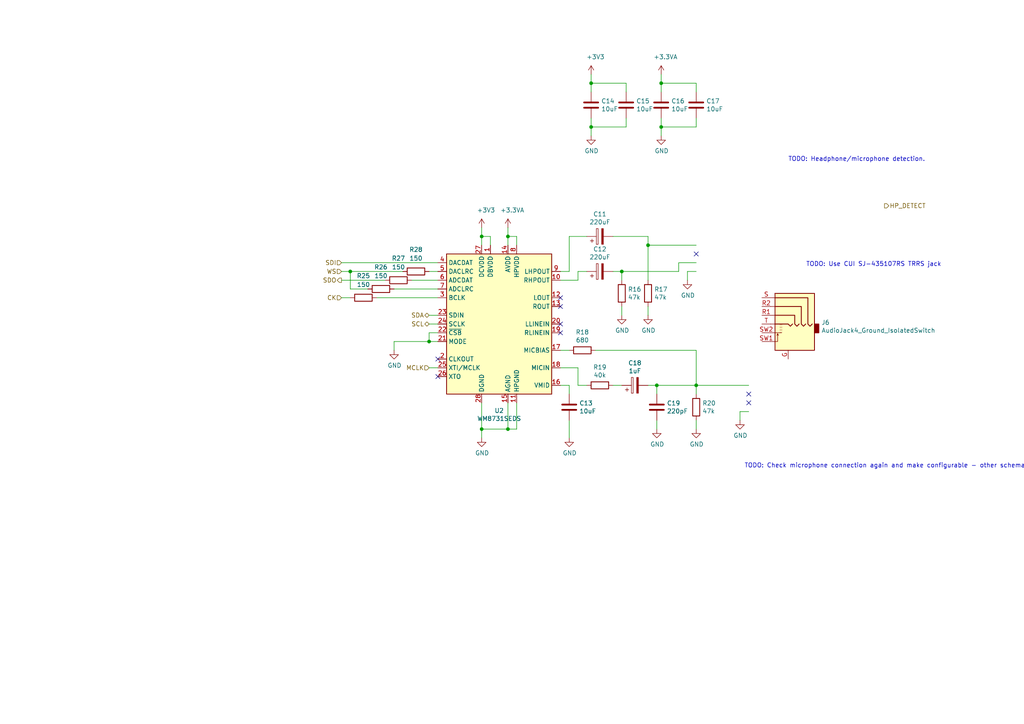
<source format=kicad_sch>
(kicad_sch (version 20201015) (generator eeschema)
  (page 1 7)
  (paper "A4")
  (lib_symbols
    (symbol "Audio:WM8731SEDS"
      (property "Reference" "U" (at -13.97 21.59 0))
      (property "Value" "WM8731SEDS" (at 0 5.08 0))
      (symbol "WM8731SEDS_0_1"
        (rectangle (start -15.24 20.32) (end 15.24 -20.32) (stroke (width 0.254)) (fill (type background)))
      )
      (symbol "WM8731SEDS_1_1"
        (pin power_in line (at -2.54 22.86 270) (length 2.54) (name "DBVDD") (number "1"))
        (pin output line (at 17.78 12.7 180) (length 2.54) (name "RHPOUT") (number "10"))
        (pin power_in line (at 5.08 -22.86 90) (length 2.54) (name "HPGND") (number "11"))
        (pin output line (at 17.78 7.62 180) (length 2.54) (name "LOUT") (number "12"))
        (pin output line (at 17.78 5.08 180) (length 2.54) (name "ROUT") (number "13"))
        (pin power_in line (at 2.54 22.86 270) (length 2.54) (name "AVDD") (number "14"))
        (pin power_in line (at 2.54 -22.86 90) (length 2.54) (name "AGND") (number "15"))
        (pin passive line (at 17.78 -17.78 180) (length 2.54) (name "VMID") (number "16"))
        (pin output line (at 17.78 -7.62 180) (length 2.54) (name "MICBIAS") (number "17"))
        (pin input line (at 17.78 -12.7 180) (length 2.54) (name "MICIN") (number "18"))
        (pin input line (at 17.78 -2.54 180) (length 2.54) (name "RLINEIN") (number "19"))
        (pin output line (at -17.78 -10.16 0) (length 2.54) (name "CLKOUT") (number "2"))
        (pin input line (at 17.78 0 180) (length 2.54) (name "LLINEIN") (number "20"))
        (pin input line (at -17.78 -5.08 0) (length 2.54) (name "MODE") (number "21"))
        (pin input line (at -17.78 -2.54 0) (length 2.54) (name "~CSB") (number "22"))
        (pin bidirectional line (at -17.78 2.54 0) (length 2.54) (name "SDIN") (number "23"))
        (pin input line (at -17.78 0 0) (length 2.54) (name "SCLK") (number "24"))
        (pin input line (at -17.78 -12.7 0) (length 2.54) (name "XTI/MCLK") (number "25"))
        (pin output line (at -17.78 -15.24 0) (length 2.54) (name "XTO") (number "26"))
        (pin power_in line (at -5.08 22.86 270) (length 2.54) (name "DCVDD") (number "27"))
        (pin power_in line (at -5.08 -22.86 90) (length 2.54) (name "DGND") (number "28"))
        (pin bidirectional line (at -17.78 7.62 0) (length 2.54) (name "BCLK") (number "3"))
        (pin input line (at -17.78 17.78 0) (length 2.54) (name "DACDAT") (number "4"))
        (pin bidirectional line (at -17.78 15.24 0) (length 2.54) (name "DACLRC") (number "5"))
        (pin output line (at -17.78 12.7 0) (length 2.54) (name "ADCDAT") (number "6"))
        (pin bidirectional line (at -17.78 10.16 0) (length 2.54) (name "ADCLRC") (number "7"))
        (pin power_in line (at 5.08 22.86 270) (length 2.54) (name "HPVDD") (number "8"))
        (pin output line (at 17.78 15.24 180) (length 2.54) (name "LHPOUT") (number "9"))
      )
    )
    (symbol "Device:C" (pin_numbers hide) (pin_names (offset 0.254))
      (property "Reference" "C" (at 0.635 2.54 0))
      (property "Value" "C" (at 0.635 -2.54 0))
      (symbol "C_0_1"
        (polyline (pts (xy -2.032 -0.762) (xy 2.032 -0.762)) (stroke (width 0.508)))
        (polyline (pts (xy -2.032 0.762) (xy 2.032 0.762)) (stroke (width 0.508)))
      )
      (symbol "C_1_1"
        (pin passive line (at 0 3.81 270) (length 2.794) (name "~") (number "1"))
        (pin passive line (at 0 -3.81 90) (length 2.794) (name "~") (number "2"))
      )
    )
    (symbol "Device:C_Polarized" (pin_numbers hide) (pin_names (offset 0.254))
      (property "Reference" "C" (at 0.635 2.54 0))
      (property "Value" "C_Polarized" (at 0.635 -2.54 0))
      (symbol "C_Polarized_0_1"
        (rectangle (start -2.286 0.508) (end 2.286 1.016))
        (rectangle (start 2.286 -0.508) (end -2.286 -1.016) (fill (type outline)))
        (polyline (pts (xy -1.778 2.286) (xy -0.762 2.286)))
        (polyline (pts (xy -1.27 2.794) (xy -1.27 1.778)))
      )
      (symbol "C_Polarized_1_1"
        (pin passive line (at 0 3.81 270) (length 2.794) (name "~") (number "1"))
        (pin passive line (at 0 -3.81 90) (length 2.794) (name "~") (number "2"))
      )
    )
    (symbol "Device:R" (pin_numbers hide) (pin_names (offset 0))
      (property "Reference" "R" (at 2.032 0 90))
      (property "Value" "R" (at 0 0 90))
      (symbol "R_0_1"
        (rectangle (start -1.016 -2.54) (end 1.016 2.54) (stroke (width 0.254)))
      )
      (symbol "R_1_1"
        (pin passive line (at 0 3.81 270) (length 1.27) (name "~") (number "1"))
        (pin passive line (at 0 -3.81 90) (length 1.27) (name "~") (number "2"))
      )
    )
    (symbol "HackAmp-Symbols:AudioJack4_Ground_IsolatedSwitch"
      (property "Reference" "J" (at 0 11.43 0))
      (property "Value" "AudioJack4_Ground_IsolatedSwitch" (at 0 8.89 0))
      (symbol "AudioJack4_Ground_IsolatedSwitch_0_1"
        (rectangle (start -7.62 -2.54) (end -8.89 -5.08) (stroke (width 0.254)) (fill (type outline)))
        (rectangle (start -7.62 6.35) (end 3.81 -10.16) (stroke (width 0.254)) (fill (type background)))
        (polyline (pts (xy 3.81 2.54) (xy 5.08 2.54)))
        (polyline (pts (xy 5.08 -2.54) (xy 3.81 -2.54)))
        (polyline (pts (xy 5.08 0) (xy 3.81 0)))
        (polyline (pts (xy 5.08 5.08) (xy 3.81 5.08)))
        (polyline (pts (xy 5.08 -5.08) (xy 1.905 -5.08)))
        (polyline (pts (xy 1.905 -5.08) (xy 1.905 -4.826)) (stroke (width 0.001)))
        (polyline (pts (xy 1.905 -2.921) (xy 1.905 -2.54)) (stroke (width 0.001)))
        (polyline (pts (xy 1.905 -4.445) (xy 1.905 -4.064)) (stroke (width 0.001)))
        (polyline (pts (xy 1.905 -3.683) (xy 1.905 -3.302)) (stroke (width 0.001)))
        (polyline (pts (xy 2.286 -2.921) (xy 2.286 -2.54)) (stroke (width 0.001)))
        (polyline (pts (xy 2.286 -5.08) (xy 2.286 -4.826)) (stroke (width 0.001)))
        (polyline (pts (xy 2.286 -4.445) (xy 2.286 -4.064)) (stroke (width 0.001)))
        (polyline (pts (xy 2.286 -3.683) (xy 2.286 -3.302)) (stroke (width 0.001)))
      )
      (symbol "AudioJack4_Ground_IsolatedSwitch_1_1"
        (polyline (pts (xy 3.048 -5.334) (xy 3.302 -5.842)))
        (polyline (pts (xy -1.27 -2.54) (xy -0.635 -3.175) (xy 0 -2.54) (xy 3.81 -2.54)) (stroke (width 0.254)))
        (polyline (pts (xy 5.08 -7.62) (xy 3.048 -7.62) (xy 3.048 -5.334) (xy 2.794 -5.842)))
        (polyline (pts (xy -3.175 -2.54) (xy -2.54 -3.175) (xy -1.905 -2.54) (xy -1.905 0) (xy 3.81 0)) (stroke (width 0.254)))
        (polyline (pts (xy 3.81 2.54) (xy -3.81 2.54) (xy -3.81 -2.54) (xy -4.445 -3.175) (xy -5.08 -2.54)) (stroke (width 0.254)))
        (polyline (pts (xy 3.81 5.08) (xy -5.715 5.08) (xy -5.715 -2.54) (xy -6.35 -3.175) (xy -6.985 -2.54)) (stroke (width 0.254)))
        (pin passive line (at 0 -12.7 90) (length 2.54) (name "~") (number "G"))
        (pin passive line (at 7.62 0 180) (length 2.54) (name "~") (number "R1"))
        (pin passive line (at 7.62 2.54 180) (length 2.54) (name "~") (number "R2"))
        (pin passive line (at 7.62 5.08 180) (length 2.54) (name "~") (number "S"))
        (pin passive line (at 7.62 -2.54 180) (length 2.54) (name "~") (number "T"))
        (pin passive line (at 7.62 -7.62 180) (length 2.54) (name "~") (number "SW1"))
        (pin passive line (at 7.62 -5.08 180) (length 2.54) (name "~") (number "SW2"))
      )
    )
    (symbol "power:+3.3VA" (power) (pin_names (offset 0))
      (property "Value" "+3.3VA" (at 0 3.556 0))
      (symbol "+3.3VA_0_1"
        (polyline (pts (xy -0.762 1.27) (xy 0 2.54)))
        (polyline (pts (xy 0 0) (xy 0 2.54)))
        (polyline (pts (xy 0 2.54) (xy 0.762 1.27)))
      )
      (symbol "+3.3VA_1_1"
        (pin power_in line (at 0 0 90) (length 0) hide (name "+3.3VA") (number "1"))
      )
    )
    (symbol "power:+3V3" (power) (pin_names (offset 0))
      (property "Value" "+3V3" (at 0 3.556 0))
      (symbol "+3V3_0_1"
        (polyline (pts (xy -0.762 1.27) (xy 0 2.54)))
        (polyline (pts (xy 0 0) (xy 0 2.54)))
        (polyline (pts (xy 0 2.54) (xy 0.762 1.27)))
      )
      (symbol "+3V3_1_1"
        (pin power_in line (at 0 0 90) (length 0) hide (name "+3V3") (number "1"))
      )
    )
    (symbol "power:GND" (power) (pin_names (offset 0))
      (property "Value" "GND" (at 0 -3.81 0))
      (symbol "GND_0_1"
        (polyline (pts (xy 0 0) (xy 0 -1.27) (xy 1.27 -1.27) (xy 0 -2.54) (xy -1.27 -1.27) (xy 0 -1.27)))
      )
      (symbol "GND_1_1"
        (pin power_in line (at 0 0 270) (length 0) hide (name "GND") (number "1"))
      )
    )
  )
  (junction (at 101.6 78.74) (diameter 0.9144))
  (junction (at 124.46 99.06) (diameter 0.9144))
  (junction (at 139.7 68.58) (diameter 0.9144))
  (junction (at 139.7 124.46) (diameter 0.9144))
  (junction (at 147.32 68.58) (diameter 0.9144))
  (junction (at 147.32 124.46) (diameter 0.9144))
  (junction (at 171.45 24.13) (diameter 0.9144))
  (junction (at 171.45 36.83) (diameter 0.9144))
  (junction (at 180.34 78.74) (diameter 0.9144))
  (junction (at 187.96 71.12) (diameter 0.9144))
  (junction (at 190.5 111.76) (diameter 0.9144))
  (junction (at 191.77 24.13) (diameter 0.9144))
  (junction (at 191.77 36.83) (diameter 0.9144))
  (junction (at 201.93 111.76) (diameter 0.9144))
  (no_connect (at 162.56 96.52))
  (no_connect (at 162.56 93.98))
  (no_connect (at 201.93 73.66))
  (no_connect (at 217.17 114.3))
  (no_connect (at 127 104.14))
  (no_connect (at 162.56 88.9))
  (no_connect (at 127 109.22))
  (no_connect (at 162.56 86.36))
  (no_connect (at 217.17 116.84))
  (wire (pts (xy 99.06 76.2) (xy 127 76.2)))
  (wire (pts (xy 99.06 78.74) (xy 101.6 78.74)))
  (wire (pts (xy 99.06 81.28) (xy 111.76 81.28)))
  (wire (pts (xy 99.06 86.36) (xy 101.6 86.36)))
  (wire (pts (xy 101.6 78.74) (xy 101.6 83.82)))
  (wire (pts (xy 101.6 78.74) (xy 116.84 78.74)))
  (wire (pts (xy 101.6 83.82) (xy 106.68 83.82)))
  (wire (pts (xy 109.22 86.36) (xy 127 86.36)))
  (wire (pts (xy 114.3 83.82) (xy 127 83.82)))
  (wire (pts (xy 114.3 99.06) (xy 124.46 99.06)))
  (wire (pts (xy 114.3 101.6) (xy 114.3 99.06)))
  (wire (pts (xy 119.38 81.28) (xy 127 81.28)))
  (wire (pts (xy 124.46 78.74) (xy 127 78.74)))
  (wire (pts (xy 124.46 91.44) (xy 127 91.44)))
  (wire (pts (xy 124.46 93.98) (xy 127 93.98)))
  (wire (pts (xy 124.46 96.52) (xy 124.46 99.06)))
  (wire (pts (xy 124.46 99.06) (xy 127 99.06)))
  (wire (pts (xy 124.46 106.68) (xy 127 106.68)))
  (wire (pts (xy 127 96.52) (xy 124.46 96.52)))
  (wire (pts (xy 139.7 66.04) (xy 139.7 68.58)))
  (wire (pts (xy 139.7 68.58) (xy 142.24 68.58)))
  (wire (pts (xy 139.7 71.12) (xy 139.7 68.58)))
  (wire (pts (xy 139.7 124.46) (xy 139.7 116.84)))
  (wire (pts (xy 139.7 124.46) (xy 139.7 127)))
  (wire (pts (xy 142.24 71.12) (xy 142.24 68.58)))
  (wire (pts (xy 147.32 66.04) (xy 147.32 68.58)))
  (wire (pts (xy 147.32 68.58) (xy 149.86 68.58)))
  (wire (pts (xy 147.32 71.12) (xy 147.32 68.58)))
  (wire (pts (xy 147.32 116.84) (xy 147.32 124.46)))
  (wire (pts (xy 147.32 124.46) (xy 139.7 124.46)))
  (wire (pts (xy 149.86 68.58) (xy 149.86 71.12)))
  (wire (pts (xy 149.86 116.84) (xy 149.86 124.46)))
  (wire (pts (xy 149.86 124.46) (xy 147.32 124.46)))
  (wire (pts (xy 162.56 78.74) (xy 165.1 78.74)))
  (wire (pts (xy 162.56 81.28) (xy 167.64 81.28)))
  (wire (pts (xy 162.56 101.6) (xy 165.1 101.6)))
  (wire (pts (xy 162.56 106.68) (xy 167.64 106.68)))
  (wire (pts (xy 162.56 111.76) (xy 165.1 111.76)))
  (wire (pts (xy 165.1 68.58) (xy 170.18 68.58)))
  (wire (pts (xy 165.1 78.74) (xy 165.1 68.58)))
  (wire (pts (xy 165.1 114.3) (xy 165.1 111.76)))
  (wire (pts (xy 165.1 121.92) (xy 165.1 127)))
  (wire (pts (xy 167.64 78.74) (xy 170.18 78.74)))
  (wire (pts (xy 167.64 81.28) (xy 167.64 78.74)))
  (wire (pts (xy 167.64 106.68) (xy 167.64 111.76)))
  (wire (pts (xy 167.64 111.76) (xy 170.18 111.76)))
  (wire (pts (xy 171.45 21.59) (xy 171.45 24.13)))
  (wire (pts (xy 171.45 24.13) (xy 181.61 24.13)))
  (wire (pts (xy 171.45 26.67) (xy 171.45 24.13)))
  (wire (pts (xy 171.45 34.29) (xy 171.45 36.83)))
  (wire (pts (xy 171.45 36.83) (xy 171.45 39.37)))
  (wire (pts (xy 171.45 36.83) (xy 181.61 36.83)))
  (wire (pts (xy 177.8 68.58) (xy 187.96 68.58)))
  (wire (pts (xy 177.8 78.74) (xy 180.34 78.74)))
  (wire (pts (xy 177.8 111.76) (xy 180.34 111.76)))
  (wire (pts (xy 180.34 78.74) (xy 180.34 81.28)))
  (wire (pts (xy 180.34 88.9) (xy 180.34 91.44)))
  (wire (pts (xy 181.61 26.67) (xy 181.61 24.13)))
  (wire (pts (xy 181.61 34.29) (xy 181.61 36.83)))
  (wire (pts (xy 187.96 68.58) (xy 187.96 71.12)))
  (wire (pts (xy 187.96 71.12) (xy 187.96 81.28)))
  (wire (pts (xy 187.96 91.44) (xy 187.96 88.9)))
  (wire (pts (xy 187.96 111.76) (xy 190.5 111.76)))
  (wire (pts (xy 190.5 111.76) (xy 190.5 114.3)))
  (wire (pts (xy 190.5 121.92) (xy 190.5 124.46)))
  (wire (pts (xy 191.77 21.59) (xy 191.77 24.13)))
  (wire (pts (xy 191.77 24.13) (xy 201.93 24.13)))
  (wire (pts (xy 191.77 26.67) (xy 191.77 24.13)))
  (wire (pts (xy 191.77 36.83) (xy 191.77 34.29)))
  (wire (pts (xy 191.77 36.83) (xy 191.77 39.37)))
  (wire (pts (xy 191.77 36.83) (xy 201.93 36.83)))
  (wire (pts (xy 196.85 76.2) (xy 196.85 78.74)))
  (wire (pts (xy 196.85 78.74) (xy 180.34 78.74)))
  (wire (pts (xy 199.39 78.74) (xy 199.39 81.28)))
  (wire (pts (xy 201.93 24.13) (xy 201.93 26.67)))
  (wire (pts (xy 201.93 36.83) (xy 201.93 34.29)))
  (wire (pts (xy 201.93 71.12) (xy 187.96 71.12)))
  (wire (pts (xy 201.93 76.2) (xy 196.85 76.2)))
  (wire (pts (xy 201.93 78.74) (xy 199.39 78.74)))
  (wire (pts (xy 201.93 101.6) (xy 172.72 101.6)))
  (wire (pts (xy 201.93 111.76) (xy 190.5 111.76)))
  (wire (pts (xy 201.93 111.76) (xy 201.93 101.6)))
  (wire (pts (xy 201.93 114.3) (xy 201.93 111.76)))
  (wire (pts (xy 201.93 124.46) (xy 201.93 121.92)))
  (wire (pts (xy 214.63 119.38) (xy 214.63 121.92)))
  (wire (pts (xy 217.17 111.76) (xy 201.93 111.76)))
  (wire (pts (xy 217.17 119.38) (xy 214.63 119.38)))
  (text "TODO: Check microphone connection again and make configurable - other schematics connect only the ring!" (at 215.9 135.89 0) (effects (font (size 1.27 1.27)) (justify left bottom)))
  (text "TODO: Headphone/microphone detection." (at 228.6 46.99 0) (effects (font (size 1.27 1.27)) (justify left bottom)))
  (text "TODO: Use CUI SJ-435107RS TRRS jack" (at 273.05 77.47 180) (effects (font (size 1.27 1.27)) (justify right bottom)))
  (hierarchical_label "SDI" (shape input) (at 99.06 76.2 180))
  (hierarchical_label "WS" (shape input) (at 99.06 78.74 180))
  (hierarchical_label "SDO" (shape output) (at 99.06 81.28 180))
  (hierarchical_label "CK" (shape input) (at 99.06 86.36 180))
  (hierarchical_label "SDA" (shape bidirectional) (at 124.46 91.44 180))
  (hierarchical_label "SCL" (shape bidirectional) (at 124.46 93.98 180))
  (hierarchical_label "MCLK" (shape input) (at 124.46 106.68 180))
  (hierarchical_label "HP_DETECT" (shape output) (at 256.54 59.69 0))
  (symbol (lib_id "power:+3V3") (at 139.7 66.04 0) (unit 1)
    (property "Reference" "#PWR0154" (effects hide))
    (property "Value" "+3V3" (at 140.97 60.96 0))
  )
  (symbol (lib_id "power:+3.3VA") (at 147.32 66.04 0) (unit 1)
    (property "Reference" "#PWR0155" (effects hide))
    (property "Value" "+3.3VA" (at 148.59 60.96 0))
  )
  (symbol (lib_id "power:+3V3") (at 171.45 21.59 0) (unit 1)
    (property "Reference" "#PWR0153" (effects hide))
    (property "Value" "+3V3" (at 172.72 16.51 0))
  )
  (symbol (lib_id "power:+3.3VA") (at 191.77 21.59 0) (unit 1)
    (property "Reference" "#PWR0151" (effects hide))
    (property "Value" "+3.3VA" (at 193.04 16.51 0))
  )
  (symbol (lib_id "power:GND") (at 114.3 101.6 0) (unit 1)
    (property "Reference" "#PWR0156" (effects hide))
    (property "Value" "GND" (at 114.427 105.9942 0))
  )
  (symbol (lib_id "power:GND") (at 139.7 127 0) (unit 1)
    (property "Reference" "#PWR0119" (effects hide))
    (property "Value" "GND" (at 139.827 131.3942 0))
  )
  (symbol (lib_id "power:GND") (at 165.1 127 0) (unit 1)
    (property "Reference" "#PWR0120" (effects hide))
    (property "Value" "GND" (at 165.227 131.3942 0))
  )
  (symbol (lib_id "power:GND") (at 171.45 39.37 0) (unit 1)
    (property "Reference" "#PWR0121" (effects hide))
    (property "Value" "GND" (at 171.577 43.7642 0))
  )
  (symbol (lib_id "power:GND") (at 180.34 91.44 0) (unit 1)
    (property "Reference" "#PWR0122" (effects hide))
    (property "Value" "GND" (at 180.467 95.8342 0))
  )
  (symbol (lib_id "power:GND") (at 187.96 91.44 0) (unit 1)
    (property "Reference" "#PWR0123" (effects hide))
    (property "Value" "GND" (at 188.087 95.8342 0))
  )
  (symbol (lib_id "power:GND") (at 190.5 124.46 0) (unit 1)
    (property "Reference" "#PWR0125" (effects hide))
    (property "Value" "GND" (at 190.627 128.8542 0))
  )
  (symbol (lib_id "power:GND") (at 191.77 39.37 0) (unit 1)
    (property "Reference" "#PWR0152" (effects hide))
    (property "Value" "GND" (at 191.897 43.7642 0))
  )
  (symbol (lib_id "power:GND") (at 199.39 81.28 0) (unit 1)
    (property "Reference" "#PWR0124" (effects hide))
    (property "Value" "GND" (at 199.517 85.6742 0))
  )
  (symbol (lib_id "power:GND") (at 201.93 124.46 0) (unit 1)
    (property "Reference" "#PWR0126" (effects hide))
    (property "Value" "GND" (at 202.057 128.8542 0))
  )
  (symbol (lib_id "power:GND") (at 214.63 121.92 0) (unit 1)
    (property "Reference" "#PWR0127" (effects hide))
    (property "Value" "GND" (at 214.757 126.3142 0))
  )
  (symbol (lib_id "Device:R") (at 105.41 86.36 90) (unit 1)
    (property "Reference" "R25" (at 105.41 80.01 90))
    (property "Value" "150" (at 105.41 82.55 90))
    (property "Footprint" "Resistor_SMD:R_0603_1608Metric" (effects hide))
  )
  (symbol (lib_id "Device:R") (at 110.49 83.82 90) (unit 1)
    (property "Reference" "R26" (at 110.49 77.47 90))
    (property "Value" "150" (at 110.49 80.01 90))
    (property "Footprint" "Resistor_SMD:R_0603_1608Metric" (effects hide))
  )
  (symbol (lib_id "Device:R") (at 115.57 81.28 90) (unit 1)
    (property "Reference" "R27" (at 115.57 74.93 90))
    (property "Value" "150" (at 115.57 77.47 90))
    (property "Footprint" "Resistor_SMD:R_0603_1608Metric" (effects hide))
  )
  (symbol (lib_id "Device:R") (at 120.65 78.74 90) (unit 1)
    (property "Reference" "R28" (at 120.65 72.39 90))
    (property "Value" "150" (at 120.65 74.93 90))
    (property "Footprint" "Resistor_SMD:R_0603_1608Metric" (effects hide))
  )
  (symbol (lib_id "Device:R") (at 168.91 101.6 270) (unit 1)
    (property "Reference" "R18" (at 168.91 96.3422 90))
    (property "Value" "680" (at 168.91 98.6536 90))
    (property "Footprint" "Resistor_SMD:R_0603_1608Metric" (effects hide))
  )
  (symbol (lib_id "Device:R") (at 173.99 111.76 270) (unit 1)
    (property "Reference" "R19" (at 173.99 106.5022 90))
    (property "Value" "40k" (at 173.99 108.8136 90))
    (property "Footprint" "Resistor_SMD:R_0603_1608Metric" (effects hide))
  )
  (symbol (lib_id "Device:R") (at 180.34 85.09 0) (unit 1)
    (property "Reference" "R16" (at 182.118 83.9216 0) (effects (justify left)))
    (property "Value" "47k" (at 182.118 86.233 0) (effects (justify left)))
    (property "Footprint" "Resistor_SMD:R_0603_1608Metric" (effects hide))
  )
  (symbol (lib_id "Device:R") (at 187.96 85.09 0) (unit 1)
    (property "Reference" "R17" (at 189.738 83.9216 0) (effects (justify left)))
    (property "Value" "47k" (at 189.738 86.233 0) (effects (justify left)))
    (property "Footprint" "Resistor_SMD:R_0603_1608Metric" (effects hide))
  )
  (symbol (lib_id "Device:R") (at 201.93 118.11 0) (unit 1)
    (property "Reference" "R20" (at 203.708 116.9416 0) (effects (justify left)))
    (property "Value" "47k" (at 203.708 119.253 0) (effects (justify left)))
    (property "Footprint" "Resistor_SMD:R_0603_1608Metric" (effects hide))
  )
  (symbol (lib_id "Device:C") (at 165.1 118.11 0) (unit 1)
    (property "Reference" "C13" (at 168.021 116.9416 0) (effects (justify left)))
    (property "Value" "10uF" (at 168.021 119.253 0) (effects (justify left)))
    (property "Footprint" "Capacitor_SMD:C_0805_2012Metric" (effects hide))
    (property "Part Name" "Taiyo Yuden LMK212F106ZG-T" (effects hide))
  )
  (symbol (lib_id "Device:C") (at 171.45 30.48 0) (unit 1)
    (property "Reference" "C14" (at 174.371 29.3116 0) (effects (justify left)))
    (property "Value" "10uF" (at 174.371 31.623 0) (effects (justify left)))
    (property "Footprint" "Capacitor_SMD:C_0805_2012Metric" (effects hide))
    (property "Part Name" "Taiyo Yuden LMK212F106ZG-T" (effects hide))
  )
  (symbol (lib_id "Device:C_Polarized") (at 173.99 68.58 90) (unit 1)
    (property "Reference" "C11" (at 173.99 62.103 90))
    (property "Value" "220uF" (at 173.99 64.4144 90))
    (property "Footprint" "Capacitor_SMD:CP_Elec_6.3x7.7" (effects hide))
  )
  (symbol (lib_id "Device:C_Polarized") (at 173.99 78.74 90) (unit 1)
    (property "Reference" "C12" (at 173.99 72.263 90))
    (property "Value" "220uF" (at 173.99 74.5744 90))
    (property "Footprint" "Capacitor_SMD:CP_Elec_6.3x7.7" (effects hide))
  )
  (symbol (lib_id "Device:C") (at 181.61 30.48 0) (unit 1)
    (property "Reference" "C15" (at 184.531 29.3116 0) (effects (justify left)))
    (property "Value" "10uF" (at 184.531 31.623 0) (effects (justify left)))
    (property "Footprint" "Capacitor_SMD:C_0805_2012Metric" (effects hide))
    (property "Part Name" "Taiyo Yuden LMK212F106ZG-T" (effects hide))
  )
  (symbol (lib_id "Device:C_Polarized") (at 184.15 111.76 90) (unit 1)
    (property "Reference" "C18" (at 184.15 105.283 90))
    (property "Value" "1uF" (at 184.15 107.5944 90))
    (property "Footprint" "Capacitor_SMD:CP_Elec_4x5.4" (effects hide))
  )
  (symbol (lib_id "Device:C") (at 190.5 118.11 0) (unit 1)
    (property "Reference" "C19" (at 193.421 116.9416 0) (effects (justify left)))
    (property "Value" "220pF" (at 193.421 119.253 0) (effects (justify left)))
    (property "Footprint" "Capacitor_SMD:C_0603_1608Metric" (effects hide))
    (property "Part Name" "Vishay VJ0603A221JNAAO" (effects hide))
  )
  (symbol (lib_id "Device:C") (at 191.77 30.48 0) (unit 1)
    (property "Reference" "C16" (at 194.691 29.3116 0) (effects (justify left)))
    (property "Value" "10uF" (at 194.691 31.623 0) (effects (justify left)))
    (property "Footprint" "Capacitor_SMD:C_0805_2012Metric" (effects hide))
    (property "Part Name" "Taiyo Yuden LMK212F106ZG-T" (effects hide))
  )
  (symbol (lib_id "Device:C") (at 201.93 30.48 0) (unit 1)
    (property "Reference" "C17" (at 204.851 29.3116 0) (effects (justify left)))
    (property "Value" "10uF" (at 204.851 31.623 0) (effects (justify left)))
    (property "Footprint" "Capacitor_SMD:C_0805_2012Metric" (effects hide))
    (property "Part Name" "Taiyo Yuden LMK212F106ZG-T" (effects hide))
  )
  (symbol (lib_id "HackAmp-Symbols:AudioJack4_Ground_IsolatedSwitch") (at 228.6 91.44 0) (mirror y) (unit 1)
    (property "Reference" "J6" (at 238.2521 93.5418 0) (effects (justify right)))
    (property "Value" "AudioJack4_Ground_IsolatedSwitch" (at 238.2521 95.8405 0) (effects (justify right)))
    (property "Footprint" "HackAmp-Footprints:Jack_3.5mm_CUI_SJ-435107RS_Horizontal" (effects hide))
  )
  (symbol (lib_id "Audio:WM8731SEDS") (at 144.78 93.98 0) (unit 1)
    (property "Reference" "U2" (at 144.78 119.1006 0))
    (property "Value" "WM8731SEDS" (at 144.78 121.412 0))
    (property "Footprint" "Package_SO:SSOP-28_5.3x10.2mm_P0.65mm" (effects hide))
    (property "Datasheet" "https://statics.cirrus.com/pubs/proDatasheet/WM8731_v4.9.pdf" (effects hide))
  )
)
</source>
